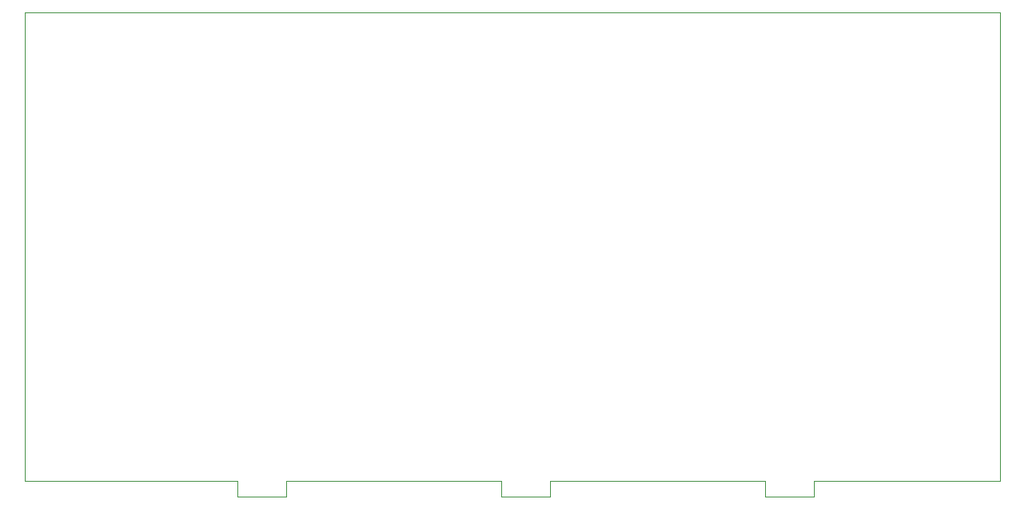
<source format=gbr>
G04 #@! TF.GenerationSoftware,KiCad,Pcbnew,(6.0.0)*
G04 #@! TF.CreationDate,2022-12-26T17:37:20+03:00*
G04 #@! TF.ProjectId,nixie display,6e697869-6520-4646-9973-706c61792e6b,rev?*
G04 #@! TF.SameCoordinates,Original*
G04 #@! TF.FileFunction,Profile,NP*
%FSLAX46Y46*%
G04 Gerber Fmt 4.6, Leading zero omitted, Abs format (unit mm)*
G04 Created by KiCad (PCBNEW (6.0.0)) date 2022-12-26 17:37:20*
%MOMM*%
%LPD*%
G01*
G04 APERTURE LIST*
G04 #@! TA.AperFunction,Profile*
%ADD10C,0.050000*%
G04 #@! TD*
G04 APERTURE END LIST*
D10*
X110200000Y-100000000D02*
X110200000Y-52000000D01*
X132000000Y-100000000D02*
X110200000Y-100000000D01*
X159000000Y-100000000D02*
X137000000Y-100000000D01*
X186000000Y-100000000D02*
X164000000Y-100000000D01*
X164000000Y-101600000D02*
X164000000Y-100000000D01*
X186000000Y-100000000D02*
X186000000Y-101600000D01*
X210000000Y-99000000D02*
X210000000Y-100000000D01*
X137000000Y-101600000D02*
X137000000Y-100000000D01*
X159000000Y-101600000D02*
X164000000Y-101600000D01*
X159000000Y-100000000D02*
X159000000Y-101600000D01*
X191000000Y-101600000D02*
X191000000Y-100000000D01*
X186000000Y-101600000D02*
X191000000Y-101600000D01*
X132000000Y-100000000D02*
X132000000Y-101600000D01*
X110200000Y-52000000D02*
X210000000Y-52000000D01*
X210000000Y-100000000D02*
X191000000Y-100000000D01*
X210000000Y-52000000D02*
X210000000Y-99000000D01*
X132000000Y-101600000D02*
X137000000Y-101600000D01*
M02*

</source>
